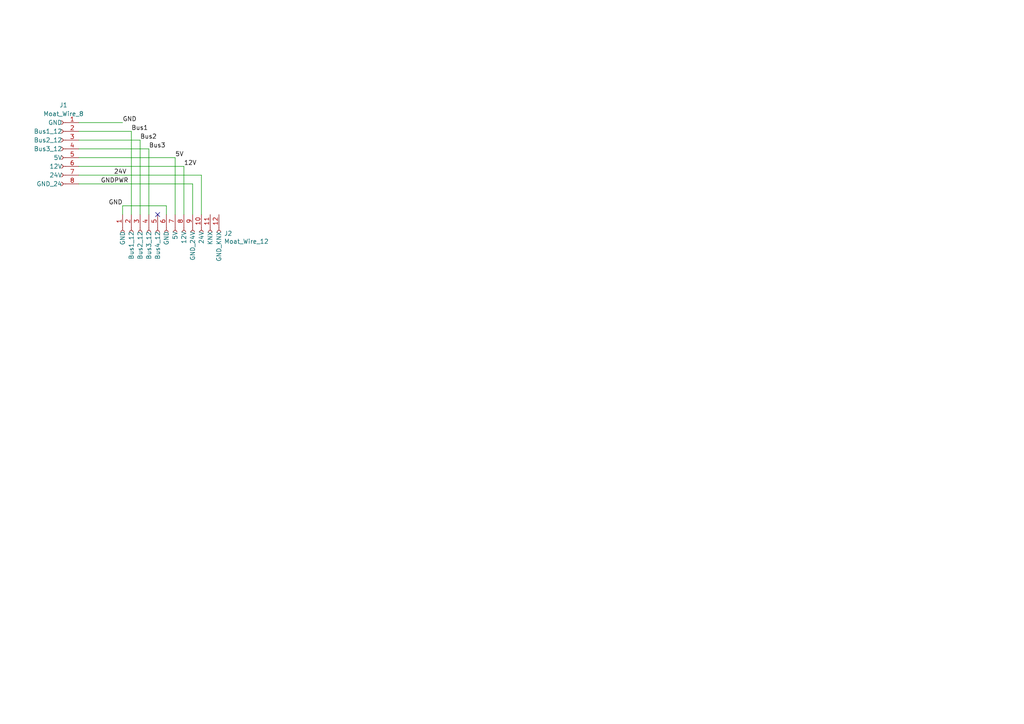
<source format=kicad_sch>
(kicad_sch (version 20211123) (generator eeschema)
  (paper "A4")
  (lib_symbols
    (symbol "local:Moat_Wire_8" (pin_names (offset 1.016))
      (property "Reference" "J" (at 0 20.32 0))
      (property "Value" "Moat_Wire_8" (at -3.81 -7.62 0))
      (symbol "Moat_Wire_8_1_1"
        (arc (start 0 -4.572) (mid -0.508 -5.08) (end 0 -5.588) (stroke (width 0.1524)))
        (arc (start 0 -2.032) (mid -0.508 -2.54) (end 0 -3.048) (stroke (width 0.1524)))
        (polyline (pts (xy -1.27 -5.08) (xy -0.508 -5.08)) (stroke (width 0.1524)))
        (polyline (pts (xy -1.27 -2.54) (xy -0.508 -2.54)) (stroke (width 0.1524)))
        (polyline (pts (xy -1.27 0) (xy -0.508 0)) (stroke (width 0.1524)))
        (polyline (pts (xy -1.27 2.54) (xy -0.508 2.54)) (stroke (width 0.1524)))
        (polyline (pts (xy -1.27 5.08) (xy -0.508 5.08)) (stroke (width 0.1524)))
        (polyline (pts (xy -1.27 7.62) (xy -0.508 7.62)) (stroke (width 0.1524)))
        (polyline (pts (xy -1.27 10.16) (xy -0.508 10.16)) (stroke (width 0.1524)))
        (polyline (pts (xy -1.27 12.7) (xy -0.508 12.7)) (stroke (width 0.1524)))
        (arc (start 0 0.508) (mid -0.508 0) (end 0 -0.508) (stroke (width 0.1524)))
        (arc (start 0 3.048) (mid -0.508 2.54) (end 0 2.032) (stroke (width 0.1524)))
        (arc (start 0 5.588) (mid -0.508 5.08) (end 0 4.572) (stroke (width 0.1524)))
        (arc (start 0 8.128) (mid -0.508 7.62) (end 0 7.112) (stroke (width 0.1524)))
        (arc (start 0 10.668) (mid -0.508 10.16) (end 0 9.652) (stroke (width 0.1524)))
        (arc (start 0 13.208) (mid -0.508 12.7) (end 0 12.192) (stroke (width 0.1524)))
        (pin power_in line (at -5.08 12.7 0) (length 3.81) (name "GND") (number "1"))
        (pin bidirectional line (at -5.08 10.16 0) (length 3.81) (name "Bus1_12") (number "2"))
        (pin bidirectional line (at -5.08 7.62 0) (length 3.81) (name "Bus2_12") (number "3"))
        (pin bidirectional line (at -5.08 5.08 0) (length 3.81) (name "Bus3_12") (number "4"))
        (pin power_in line (at -5.08 2.54 0) (length 3.81) (name "5V") (number "5"))
        (pin power_in line (at -5.08 0 0) (length 3.81) (name "12V") (number "6"))
        (pin power_in line (at -5.08 -2.54 0) (length 3.81) (name "24V") (number "7"))
        (pin power_in line (at -5.08 -5.08 0) (length 3.81) (name "GND_24") (number "8"))
      )
    )
    (symbol "localstuff:Moat_Wire_12" (pin_names (offset 1.016))
      (property "Reference" "J" (at 0 20.32 0))
      (property "Value" "Moat_Wire_12" (at -3.81 -7.62 0))
      (symbol "Moat_Wire_12_1_1"
        (arc (start 0 -4.572) (mid -0.508 -5.08) (end 0 -5.588) (stroke (width 0.1524)))
        (arc (start 0 -2.032) (mid -0.508 -2.54) (end 0 -3.048) (stroke (width 0.1524)))
        (polyline (pts (xy -1.27 -5.08) (xy -0.508 -5.08)) (stroke (width 0.1524)))
        (polyline (pts (xy -1.27 -2.54) (xy -0.508 -2.54)) (stroke (width 0.1524)))
        (polyline (pts (xy -1.27 0) (xy -0.508 0)) (stroke (width 0.1524)))
        (polyline (pts (xy -1.27 2.54) (xy -0.508 2.54)) (stroke (width 0.1524)))
        (polyline (pts (xy -1.27 5.08) (xy -0.508 5.08)) (stroke (width 0.1524)))
        (polyline (pts (xy -1.27 7.62) (xy -0.508 7.62)) (stroke (width 0.1524)))
        (polyline (pts (xy -1.27 10.16) (xy -0.508 10.16)) (stroke (width 0.1524)))
        (polyline (pts (xy -1.27 12.7) (xy -0.508 12.7)) (stroke (width 0.1524)))
        (polyline (pts (xy -1.27 15.24) (xy -0.508 15.24)) (stroke (width 0.1524)))
        (polyline (pts (xy -1.27 17.78) (xy -0.508 17.78)) (stroke (width 0.1524)))
        (polyline (pts (xy -1.27 20.32) (xy -0.508 20.32)) (stroke (width 0.1524)))
        (polyline (pts (xy -1.27 22.86) (xy -0.508 22.86)) (stroke (width 0.1524)))
        (arc (start 0 0.508) (mid -0.508 0) (end 0 -0.508) (stroke (width 0.1524)))
        (arc (start 0 3.048) (mid -0.508 2.54) (end 0 2.032) (stroke (width 0.1524)))
        (arc (start 0 5.588) (mid -0.508 5.08) (end 0 4.572) (stroke (width 0.1524)))
        (arc (start 0 8.128) (mid -0.508 7.62) (end 0 7.112) (stroke (width 0.1524)))
        (arc (start 0 10.668) (mid -0.508 10.16) (end 0 9.652) (stroke (width 0.1524)))
        (arc (start 0 13.208) (mid -0.508 12.7) (end 0 12.192) (stroke (width 0.1524)))
        (arc (start 0 15.748) (mid -0.508 15.24) (end 0 14.732) (stroke (width 0.1524)))
        (arc (start 0 18.288) (mid -0.508 17.78) (end 0 17.272) (stroke (width 0.1524)))
        (arc (start 0 20.828) (mid -0.508 20.32) (end 0 19.812) (stroke (width 0.1524)))
        (arc (start 0 23.368) (mid -0.508 22.86) (end 0 22.352) (stroke (width 0.1524)))
        (pin power_in line (at -5.08 22.86 0) (length 3.81) (name "GND") (number "1"))
        (pin power_in line (at -5.08 0 0) (length 3.81) (name "24V") (number "10"))
        (pin power_in line (at -5.08 -2.54 0) (length 3.81) (name "KNX") (number "11"))
        (pin power_in line (at -5.08 -5.08 0) (length 3.81) (name "GND_KNX") (number "12"))
        (pin bidirectional line (at -5.08 20.32 0) (length 3.81) (name "Bus1_12") (number "2"))
        (pin bidirectional line (at -5.08 17.78 0) (length 3.81) (name "Bus2_12") (number "3"))
        (pin bidirectional line (at -5.08 15.24 0) (length 3.81) (name "Bus3_12") (number "4"))
        (pin bidirectional line (at -5.08 12.7 0) (length 3.81) (name "Bus4_12") (number "5"))
        (pin power_in line (at -5.08 10.16 0) (length 3.81) (name "GND") (number "6"))
        (pin power_in line (at -5.08 7.62 0) (length 3.81) (name "5V") (number "7"))
        (pin power_in line (at -5.08 5.08 0) (length 3.81) (name "12V") (number "8"))
        (pin power_in line (at -5.08 2.54 0) (length 3.81) (name "GND_24V") (number "9"))
      )
    )
  )
  (no_connect (at 45.72 62.23))
  (wire (pts (xy 43.18 43.18) (xy 43.18 62.23)))
  (wire (pts (xy 40.64 40.64) (xy 40.64 62.23)))
  (wire (pts (xy 53.34 48.26) (xy 53.34 62.23)))
  (wire (pts (xy 22.86 48.26) (xy 53.34 48.26)))
  (wire (pts (xy 38.1 38.1) (xy 38.1 62.23)))
  (wire (pts (xy 48.26 59.69) (xy 35.56 59.69)))
  (wire (pts (xy 48.26 62.23) (xy 48.26 59.69)))
  (wire (pts (xy 35.56 62.23) (xy 35.56 59.69)))
  (wire (pts (xy 22.86 43.18) (xy 43.18 43.18)))
  (wire (pts (xy 22.86 40.64) (xy 40.64 40.64)))
  (wire (pts (xy 22.86 53.34) (xy 55.88 53.34)))
  (wire (pts (xy 50.8 45.72) (xy 50.8 62.23)))
  (wire (pts (xy 22.86 50.8) (xy 58.42 50.8)))
  (wire (pts (xy 58.42 62.23) (xy 58.42 50.8)))
  (wire (pts (xy 22.86 35.56) (xy 35.56 35.56)))
  (wire (pts (xy 22.86 45.72) (xy 50.8 45.72)))
  (wire (pts (xy 22.86 38.1) (xy 38.1 38.1)))
  (wire (pts (xy 55.88 53.34) (xy 55.88 62.23)))
  (label "GND" (at 35.56 35.56 0))
  (label "GND" (at 35.56 59.69 180))
  (label "Bus1" (at 38.1 38.1 0))
  (label "5V" (at 50.8 45.72 0))
  (label "Bus2" (at 40.64 40.64 0))
  (label "Bus3" (at 43.18 43.18 0))
  (label "24V" (at 33.02 50.8 0))
  (label "12V" (at 53.34 48.26 0))
  (label "GNDPWR" (at 29.21 53.34 0))
  (symbol (lib_id "localstuff:Moat_Wire_12") (at 58.42 67.31 90) (mirror x) (unit 1)
    (property "Reference" "J2" (at 64.9732 67.7164 90) (effects (justify right)))
    (property "Value" "Moat_Wire_12" (at 64.9732 70.0278 90) (effects (justify right)))
    (property "Footprint" "localstuff:MoaT_12_Pin_H" (effects hide))
  )
  (symbol (lib_id "local:Moat_Wire_8") (at 17.78 48.26 0) (mirror y) (unit 1)
    (property "Reference" "J1" (at 18.415 30.48 0))
    (property "Value" "Moat_Wire_8" (at 18.415 33.02 0))
    (property "Footprint" "localstuff:Moat_8_2side_HSF" (effects hide))
  )
)
</source>
